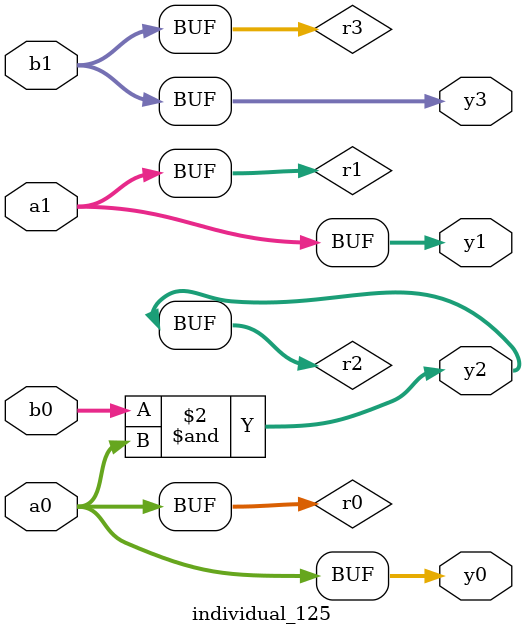
<source format=sv>
module individual_125(input logic [15:0] a1, input logic [15:0] a0, input logic [15:0] b1, input logic [15:0] b0, output logic [15:0] y3, output logic [15:0] y2, output logic [15:0] y1, output logic [15:0] y0);
logic [15:0] r0, r1, r2, r3; 
 always@(*) begin 
	 r0 = a0; r1 = a1; r2 = b0; r3 = b1; 
 	 r2  &=  a0 ;
 	 y3 = r3; y2 = r2; y1 = r1; y0 = r0; 
end
endmodule
</source>
